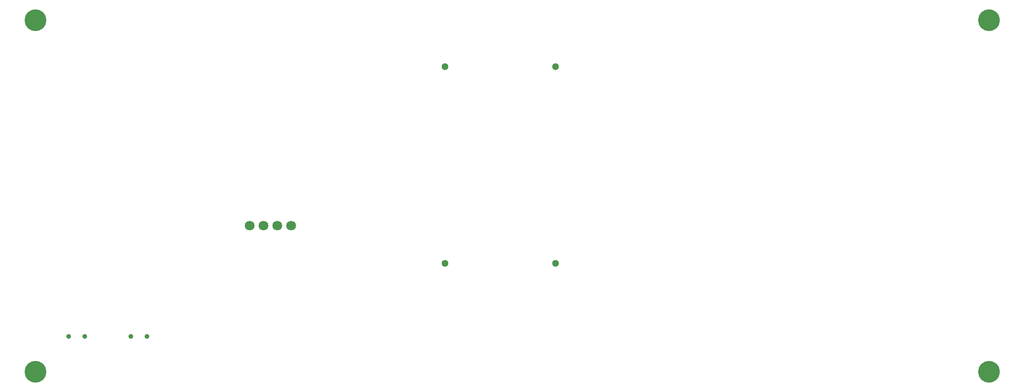
<source format=gbr>
%TF.GenerationSoftware,KiCad,Pcbnew,7.0.2-0*%
%TF.CreationDate,2023-09-13T20:52:30-05:00*%
%TF.ProjectId,CowPi-mk4a,436f7750-692d-46d6-9b34-612e6b696361,mk4a*%
%TF.SameCoordinates,Original*%
%TF.FileFunction,Soldermask,Bot*%
%TF.FilePolarity,Negative*%
%FSLAX46Y46*%
G04 Gerber Fmt 4.6, Leading zero omitted, Abs format (unit mm)*
G04 Created by KiCad (PCBNEW 7.0.2-0) date 2023-09-13 20:52:30*
%MOMM*%
%LPD*%
G01*
G04 APERTURE LIST*
%ADD10C,1.300025*%
%ADD11C,4.000000*%
%ADD12C,0.900025*%
%ADD13C,1.800000*%
G04 APERTURE END LIST*
D10*
%TO.C,U38*%
X125750580Y-108212764D03*
X125750580Y-72012866D03*
%TD*%
D11*
%TO.C,H4*%
X225720656Y-63442701D03*
%TD*%
%TO.C,H1*%
X50460656Y-128212701D03*
%TD*%
D12*
%TO.C,U35*%
X56580783Y-121652650D03*
X59580783Y-121652650D03*
%TD*%
D11*
%TO.C,H3*%
X50460656Y-63442701D03*
%TD*%
D13*
%TO.C,U44*%
X89830648Y-101272168D03*
X92370653Y-101272168D03*
X94910659Y-101272168D03*
X97450664Y-101272168D03*
%TD*%
D10*
%TO.C,U39*%
X146070580Y-72012866D03*
X146070580Y-108212764D03*
%TD*%
D11*
%TO.C,H2*%
X225720656Y-128212701D03*
%TD*%
D12*
%TO.C,U36*%
X68010783Y-121652650D03*
X71010783Y-121652650D03*
%TD*%
M02*

</source>
